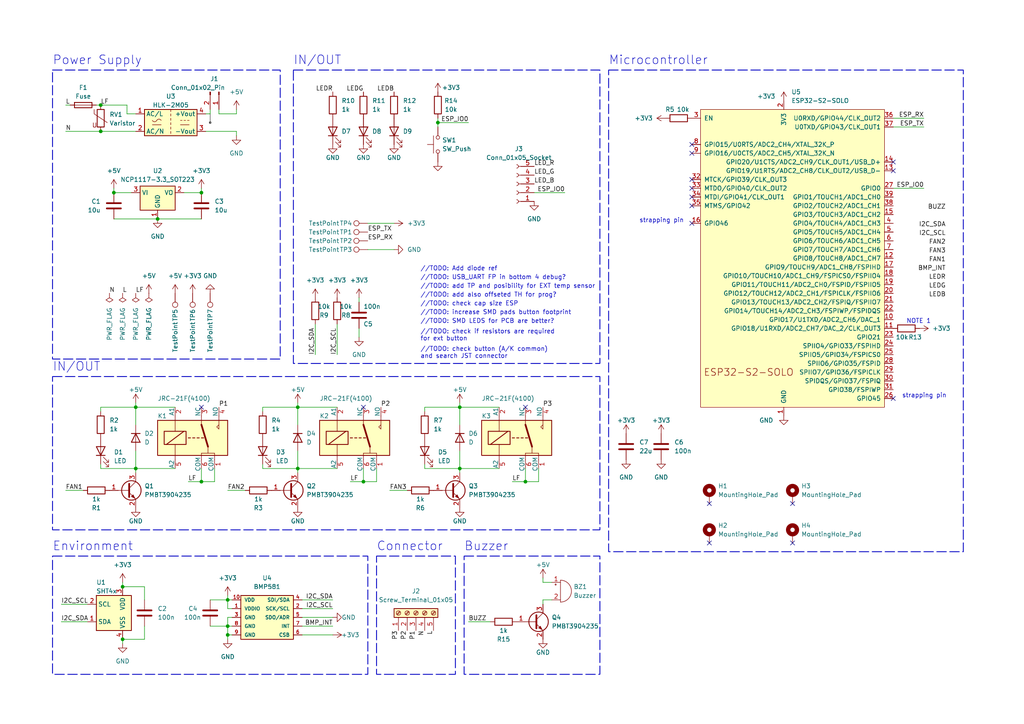
<source format=kicad_sch>
(kicad_sch (version 20230121) (generator eeschema)
  (paper "A4")
  (title_block (title "Aire") (date "2024-04-17") (rev "Rev 3.0") (company "Guillermo González"))
  (lib_symbols
    (symbol "Connector:Conn_01x02_Pin" (pin_names (offset 1.016) hide)
      (property "Reference" "J" (at 0 2.54 0))
      (property "Value" "Conn_01x02_Pin" (at 0 -5.08 0))
      (symbol "Conn_01x02_Pin_1_1"
        (pin passive line (at 5.08 0 180) (length 3.81) (name "Pin_1") (number "1"))
        (pin passive line (at 5.08 -2.54 180) (length 3.81) (name "Pin_2") (number "2"))
      )
    )
    (symbol "Connector:Conn_01x05_Socket" (pin_names (offset 1.016) hide)
      (property "Reference" "J" (at 0 7.62 0))
      (property "Value" "Conn_01x05_Socket" (at 0 -7.62 0))
      (symbol "Conn_01x05_Socket_1_1"
        (pin passive line (at -5.08 5.08 0) (length 3.81) (name "Pin_1") (number "1"))
        (pin passive line (at -5.08 2.54 0) (length 3.81) (name "Pin_2") (number "2"))
        (pin passive line (at -5.08 0 0) (length 3.81) (name "Pin_3") (number "3"))
        (pin passive line (at -5.08 -2.54 0) (length 3.81) (name "Pin_4") (number "4"))
        (pin passive line (at -5.08 -5.08 0) (length 3.81) (name "Pin_5") (number "5"))
      )
    )
    (symbol "Connector:Screw_Terminal_01x05" (pin_names (offset 1.016) hide)
      (property "Reference" "J" (at 0 7.62 0))
      (property "Value" "Screw_Terminal_01x05" (at 0 -7.62 0))
      (symbol "Screw_Terminal_01x05_1_1"
        (pin passive line (at -5.08 5.08 0) (length 3.81) (name "Pin_1") (number "1"))
        (pin passive line (at -5.08 2.54 0) (length 3.81) (name "Pin_2") (number "2"))
        (pin passive line (at -5.08 0 0) (length 3.81) (name "Pin_3") (number "3"))
        (pin passive line (at -5.08 -2.54 0) (length 3.81) (name "Pin_4") (number "4"))
        (pin passive line (at -5.08 -5.08 0) (length 3.81) (name "Pin_5") (number "5"))
      )
    )
    (symbol "Connector:TestPoint" (pin_numbers hide) (pin_names (offset 0.762) hide)
      (property "Reference" "TP" (at 0 6.858 0))
      (property "Value" "TestPoint" (at 0 5.08 0))
      (symbol "TestPoint_1_1"
        (pin passive line (at 0 0 90) (length 2.54) (name "1") (number "1"))
      )
    )
    (symbol "Device:Buzzer" (pin_names (offset 0.0254) hide)
      (property "Reference" "BZ" (at 3.81 1.27 0))
      (property "Value" "Buzzer" (at 3.81 -1.27 0))
      (symbol "Buzzer_1_1"
        (pin passive line (at -2.54 2.54 0) (length 2.54) (name "-") (number "1"))
        (pin passive line (at -2.54 -2.54 0) (length 2.54) (name "+") (number "2"))
      )
    )
    (symbol "Device:C" (pin_numbers hide) (pin_names (offset 0.254))
      (property "Reference" "C" (at 0.635 2.54 0))
      (property "Value" "C" (at 0.635 -2.54 0))
      (symbol "C_1_1"
        (pin passive line (at 0 3.81 270) (length 2.794) (name "~") (number "1"))
        (pin passive line (at 0 -3.81 90) (length 2.794) (name "~") (number "2"))
      )
    )
    (symbol "Device:D" (pin_numbers hide) (pin_names (offset 1.016) hide)
      (property "Reference" "D" (at 0 2.54 0))
      (property "Value" "D" (at 0 -2.54 0))
      (symbol "D_1_1"
        (pin passive line (at -3.81 0 0) (length 2.54) (name "K") (number "1"))
        (pin passive line (at 3.81 0 180) (length 2.54) (name "A") (number "2"))
      )
    )
    (symbol "Device:Fuse" (pin_numbers hide) (pin_names (offset 0))
      (property "Reference" "F" (at 2.032 0 90))
      (property "Value" "Fuse" (at -1.905 0 90))
      (symbol "Fuse_1_1"
        (pin passive line (at 0 3.81 270) (length 1.27) (name "~") (number "1"))
        (pin passive line (at 0 -3.81 90) (length 1.27) (name "~") (number "2"))
      )
    )
    (symbol "Device:LED" (pin_numbers hide) (pin_names (offset 1.016) hide)
      (property "Reference" "D" (at 0 2.54 0))
      (property "Value" "LED" (at 0 -2.54 0))
      (symbol "LED_1_1"
        (pin passive line (at -3.81 0 0) (length 2.54) (name "K") (number "1"))
        (pin passive line (at 3.81 0 180) (length 2.54) (name "A") (number "2"))
      )
    )
    (symbol "Device:R" (pin_numbers hide) (pin_names (offset 0))
      (property "Reference" "R" (at 2.032 0 90))
      (property "Value" "R" (at 0 0 90))
      (symbol "R_1_1"
        (pin passive line (at 0 3.81 270) (length 1.27) (name "~") (number "1"))
        (pin passive line (at 0 -3.81 90) (length 1.27) (name "~") (number "2"))
      )
    )
    (symbol "Device:Varistor" (pin_numbers hide) (pin_names (offset 0))
      (property "Reference" "RV" (at 3.175 0 90))
      (property "Value" "Varistor" (at -3.175 0 90))
      (symbol "Varistor_0_0"
        (text "U" (at -1.778 -2.032 0) (effects (font (size 1.27 1.27))))
      )
      (symbol "Varistor_1_1"
        (pin passive line (at 0 3.81 270) (length 1.27) (name "~") (number "1"))
        (pin passive line (at 0 -3.81 90) (length 1.27) (name "~") (number "2"))
      )
    )
    (symbol "JRC-21F(4100)_1" (pin_names (offset 0))
      (property "Reference" "K" (at 12.065 1.27 0))
      (property "Value" "JRC-21F(4100)" (at 12.065 -1.27 0))
      (symbol "JRC-21F(4100)_1_1_1"
        (pin passive line (at 7.62 -8.89 90) (length 2.54) (name "COM") (number "1"))
        (pin passive line (at -3.81 8.89 270) (length 2.54) (name "A1") (number "2"))
        (pin passive line (at 3.81 8.89 270) (length 2.54) (name "NC") (number "3"))
        (pin passive line (at 8.89 8.89 270) (length 2.54) (name "NO") (number "4"))
        (pin passive line (at -3.81 -8.89 90) (length 2.54) (name "A2") (number "5"))
        (pin passive line (at 3.81 -8.89 90) (length 2.54) (name "COM") (number "6"))
      )
    )
    (symbol "Mechanical:MountingHole_Pad" (pin_numbers hide) (pin_names (offset 1.016) hide)
      (property "Reference" "H" (at 0 6.35 0))
      (property "Value" "MountingHole_Pad" (at 0 4.445 0))
      (symbol "MountingHole_Pad_1_1"
        (pin input line (at 0 -2.54 90) (length 2.54) (name "1") (number "1"))
      )
    )
    (symbol "Regulator_Linear:NCP1117-3.3_SOT223"
      (property "Reference" "U" (at -3.81 3.175 0))
      (property "Value" "NCP1117-3.3_SOT223" (at 0 3.175 0))
      (symbol "NCP1117-3.3_SOT223_1_1"
        (pin power_in line (at 0 -7.62 90) (length 2.54) (name "GND") (number "1"))
        (pin power_out line (at 7.62 0 180) (length 2.54) (name "VO") (number "2"))
        (pin power_in line (at -7.62 0 0) (length 2.54) (name "VI") (number "3"))
      )
    )
    (symbol "Switch:SW_Push" (pin_numbers hide) (pin_names (offset 1.016) hide)
      (property "Reference" "SW" (at 1.27 2.54 0))
      (property "Value" "SW_Push" (at 0 -1.524 0))
      (symbol "SW_Push_0_1"
        (pin passive line (at -5.08 0 0) (length 2.54) (name "1") (number "1"))
        (pin passive line (at 5.08 0 180) (length 2.54) (name "2") (number "2"))
      )
    )
    (symbol "guille-lib:BMP581" (pin_names (offset 1.016))
      (property "Reference" "U" (at -6.985 6.985 0))
      (property "Value" "BMP581" (at -0.635 6.985 0))
      (symbol "BMP581_0_0"
        (pin power_in line (at -10.16 2.54 0) (length 2.54) (name "VDDIO") (number "1"))
        (pin power_in line (at -10.16 5.08 0) (length 2.54) (name "VDD") (number "10"))
        (pin bidirectional line (at 10.16 2.54 180) (length 2.54) (name "SCK/SCL") (number "2"))
        (pin power_in line (at -10.16 0 0) (length 2.54) (name "GND") (number "3"))
        (pin bidirectional line (at 10.16 5.08 180) (length 2.54) (name "SDI/SDA") (number "4"))
        (pin bidirectional line (at 10.16 0 180) (length 2.54) (name "SDO/ADR") (number "5"))
        (pin input line (at 10.16 -5.08 180) (length 2.54) (name "CSB") (number "6"))
        (pin output line (at 10.16 -2.54 180) (length 2.54) (name "INT") (number "7"))
        (pin power_in line (at -10.16 -2.54 0) (length 2.54) (name "GND") (number "8"))
        (pin power_in line (at -10.16 -5.08 0) (length 2.54) (name "GND") (number "9"))
      )
    )
    (symbol "guille-lib:ESP32-S2-SOLO" (pin_names (offset 1.016))
      (property "Reference" "U" (at -26.67 44.45 0))
      (property "Value" "ESP32-S2-SOLO" (at -26.67 41.91 0))
      (symbol "ESP32-S2-SOLO_1_1"
        (text "ESP32-S2-SOLO" (at -12.7 -35.56 0) (effects (font (size 2 2))))
        (pin power_in line (at -2.54 -48.26 90) (length 2.54) (name "GND") (number "1"))
        (pin bidirectional line (at 29.21 -20.32 180) (length 2.54) (name "GPIO17/U1TXD/ADC2_CH6/DAC_1") (number "10"))
        (pin bidirectional line (at 29.21 -22.86 180) (length 2.54) (name "GPIO18/U1RXD/ADC2_CH7/DAC_2/CLK_OUT3") (number "11"))
        (pin bidirectional line (at 29.21 -2.54 180) (length 2.54) (name "GPIO8/TOUCH8/ADC1_CH7") (number "12"))
        (pin bidirectional line (at 29.21 22.86 180) (length 2.54) (name "GPIO19/U1RTS/ADC2_CH8/CLK_OUT2/USB_D-") (number "13"))
        (pin bidirectional line (at 29.21 25.4 180) (length 2.54) (name "GPIO20/U1CTS/ADC2_CH9/CLK_OUT1/USB_D+") (number "14"))
        (pin bidirectional line (at 29.21 10.16 180) (length 2.54) (name "GPIO3/TOUCH3/ADC1_CH2") (number "15"))
        (pin input line (at -29.21 7.62 0) (length 2.54) (name "GPIO46") (number "16"))
        (pin bidirectional line (at 29.21 -5.08 180) (length 2.54) (name "GPIO9/TOUCH9/ADC1_CH8/FSPIHD") (number "17"))
        (pin bidirectional line (at 29.21 -7.62 180) (length 2.54) (name "GPIO10/TOUCH10/ADC1_CH9/FSPICS0/FSPIIO4") (number "18"))
        (pin bidirectional line (at 29.21 -10.16 180) (length 2.54) (name "GPIO11/TOUCH11/ADC2_CH0/FSPID/FSPIIO5") (number "19"))
        (pin power_in line (at -2.54 43.18 270) (length 2.54) (name "3V3") (number "2"))
        (pin bidirectional line (at 29.21 -12.7 180) (length 2.54) (name "GPIO12/TOUCH12/ADC2_CH1/FSPICLK/FSPIIO6") (number "20"))
        (pin bidirectional line (at 29.21 -15.24 180) (length 2.54) (name "GPIO13/TOUCH13/ADC2_CH2/FSPIQ/FSPIIO7") (number "21"))
        (pin bidirectional line (at 29.21 -17.78 180) (length 2.54) (name "GPIO14/TOUCH14/ADC2_CH3/FSPIWP/FSPIDQS") (number "22"))
        (pin bidirectional line (at 29.21 -25.4 180) (length 2.54) (name "GPIO21") (number "23"))
        (pin bidirectional line (at 29.21 -27.94 180) (length 2.54) (name "SPIIO4/GPIO33/FSPIHD") (number "24"))
        (pin bidirectional line (at 29.21 -30.48 180) (length 2.54) (name "SPIIO5/GPIO34/FSPICS0") (number "25"))
        (pin bidirectional line (at 29.21 -43.18 180) (length 2.54) (name "GPIO45") (number "26"))
        (pin bidirectional line (at 29.21 17.78 180) (length 2.54) (name "GPIO0") (number "27"))
        (pin bidirectional line (at 29.21 -33.02 180) (length 2.54) (name "SPIIO6/GPIO35/FSPID") (number "28"))
        (pin bidirectional line (at 29.21 -35.56 180) (length 2.54) (name "SPIIO7/GPIO36/FSPICLK") (number "29"))
        (pin bidirectional line (at -29.21 38.1 0) (length 2.54) (name "EN") (number "3"))
        (pin bidirectional line (at 29.21 -38.1 180) (length 2.54) (name "SPIDQS/GPIO37/FSPIQ") (number "30"))
        (pin bidirectional line (at 29.21 -40.64 180) (length 2.54) (name "GPIO38/FSPIWP") (number "31"))
        (pin bidirectional line (at -29.21 20.32 0) (length 2.54) (name "MTCK/GPIO39/CLK_OUT3") (number "32"))
        (pin bidirectional line (at -29.21 17.78 0) (length 2.54) (name "MTDO/GPIO40/CLK_OUT2") (number "33"))
        (pin bidirectional line (at -29.21 15.24 0) (length 2.54) (name "MTDI/GPIO41/CLK_OUT1") (number "34"))
        (pin bidirectional line (at -29.21 12.7 0) (length 2.54) (name "MTMS/GPIO42") (number "35"))
        (pin bidirectional line (at 29.21 38.1 180) (length 2.54) (name "U0RXD/GPIO44/CLK_OUT2") (number "36"))
        (pin bidirectional line (at 29.21 35.56 180) (length 2.54) (name "U0TXD/GPIO43/CLK_OUT1") (number "37"))
        (pin bidirectional line (at 29.21 12.7 180) (length 2.54) (name "GPIO2/TOUCH2/ADC1_CH1") (number "38"))
        (pin bidirectional line (at 29.21 15.24 180) (length 2.54) (name "GPIO1/TOUCH1/ADC1_CH0") (number "39"))
        (pin bidirectional line (at 29.21 7.62 180) (length 2.54) (name "GPIO4/TOUCH4/ADC1_CH3") (number "4"))
        (pin passive line (at -2.54 -48.26 90) (length 2.54) hide (name "GND") (number "40"))
        (pin passive line (at -2.54 -48.26 90) (length 2.54) hide (name "GND") (number "41"))
        (pin bidirectional line (at 29.21 5.08 180) (length 2.54) (name "GPIO5/TOUCH5/ADC1_CH4") (number "5"))
        (pin bidirectional line (at 29.21 2.54 180) (length 2.54) (name "GPIO6/TOUCH6/ADC1_CH5") (number "6"))
        (pin bidirectional line (at 29.21 0 180) (length 2.54) (name "GPIO7/TOUCH7/ADC1_CH6") (number "7"))
        (pin bidirectional line (at -29.21 30.48 0) (length 2.54) (name "GPIO15/U0RTS/ADC2_CH4/XTAL_32K_P") (number "8"))
        (pin bidirectional line (at -29.21 27.94 0) (length 2.54) (name "GPIO16/U0CTS/ADC2_CH5/XTAL_32K_N") (number "9"))
      )
    )
    (symbol "guille-lib:HLK-2M05"
      (property "Reference" "U" (at 0 7.62 0))
      (property "Value" "HLK-2M05" (at 0 5.08 0))
      (symbol "HLK-2M05_1_1"
        (pin power_in line (at -10.16 2.54 0) (length 2.54) (name "AC/L") (number "1"))
        (pin power_in line (at -10.16 -2.54 0) (length 2.54) (name "AC/N") (number "2"))
        (pin power_out line (at 10.16 -2.54 180) (length 2.54) (name "-Vout") (number "3"))
        (pin power_out line (at 10.16 2.54 180) (length 2.54) (name "+Vout") (number "4"))
      )
    )
    (symbol "guille-lib:PMBT3904235" (pin_names (offset 0.762))
      (property "Reference" "Q" (at 2.54 1.27 0))
      (property "Value" "PMBT3904235" (at 2.54 -1.27 0))
      (symbol "PMBT3904235_0_0"
        (pin passive line (at -7.62 0 0) (length 2.54) (name "~") (number "1"))
        (pin passive line (at 0 -5.08 90) (length 2.54) (name "~") (number "2"))
        (pin passive line (at 0 5.08 270) (length 2.54) (name "~") (number "3"))
      )
    )
    (symbol "guille-lib:SHT4x"
      (property "Reference" "U" (at 0 8.89 0))
      (property "Value" "SHT4x" (at 0 6.35 0))
      (symbol "SHT4x_1_1"
        (pin bidirectional line (at -7.62 -2.54 0) (length 2.54) (name "SDA") (number "1"))
        (pin input line (at -7.62 2.54 0) (length 2.54) (name "SCL") (number "2"))
        (pin power_in line (at 2.54 7.62 270) (length 2.54) (name "VDD") (number "3"))
        (pin power_in line (at 2.54 -7.62 90) (length 2.54) (name "VSS") (number "4"))
      )
    )
    (symbol "power:+3V3" (power) (pin_names (offset 0))
      (property "Value" "+3V3" (at 0 3.556 0))
      (symbol "+3V3_1_1"
        (pin power_in line (at 0 0 90) (length 0) hide (name "+3V3") (number "1"))
      )
    )
    (symbol "power:+5V" (power) (pin_names (offset 0))
      (property "Value" "+5V" (at 0 3.556 0))
      (symbol "+5V_1_1"
        (pin power_in line (at 0 0 90) (length 0) hide (name "+5V") (number "1"))
      )
    )
    (symbol "power:GND" (power) (pin_names (offset 0))
      (property "Value" "GND" (at 0 -3.81 0))
      (symbol "GND_1_1"
        (pin power_in line (at 0 0 270) (length 0) hide (name "GND") (number "1"))
      )
    )
    (symbol "power:PWR_FLAG" (power) (pin_numbers hide) (pin_names (offset 0) hide)
      (property "Value" "PWR_FLAG" (at 0 3.81 0))
      (symbol "PWR_FLAG_0_0"
        (pin power_out line (at 0 0 90) (length 0) (name "pwr") (number "1"))
      )
    )
  )
  (junction (at 66.04 173.99))
  (junction (at 86.36 135.89))
  (junction (at 33.02 55.88))
  (junction (at 39.37 135.89))
  (junction (at 35.56 185.42))
  (junction (at 105.41 139.7))
  (junction (at 35.56 170.18))
  (junction (at 127 35.56))
  (junction (at 45.72 63.5))
  (junction (at 29.21 38.1))
  (junction (at 58.42 139.7))
  (junction (at 39.37 118.11))
  (junction (at 152.4 139.7))
  (junction (at 86.36 118.11))
  (junction (at 66.04 184.15))
  (junction (at 133.35 135.89))
  (junction (at 133.35 118.11))
  (junction (at 58.42 55.88))
  (junction (at 66.04 181.61))
  (junction (at 29.21 30.48))
  (no_connect (at 259.08 115.57))
  (no_connect (at 229.87 146.05))
  (no_connect (at 200.66 52.07))
  (no_connect (at 152.4 118.11))
  (no_connect (at 229.87 157.48))
  (no_connect (at 58.42 118.11))
  (no_connect (at 105.41 118.11))
  (no_connect (at 200.66 64.77))
  (no_connect (at 200.66 41.91))
  (no_connect (at 200.66 44.45))
  (no_connect (at 205.74 146.05))
  (no_connect (at 200.66 57.15))
  (no_connect (at 200.66 54.61))
  (no_connect (at 205.74 157.48))
  (no_connect (at 259.08 46.99))
  (no_connect (at 200.66 59.69))
  (no_connect (at 259.08 49.53))
  (wire (pts (xy 41.91 181.61) (xy 41.91 185.42)))
  (wire (pts (xy 123.19 135.89) (xy 133.35 135.89)))
  (wire (pts (xy 133.35 116.84) (xy 133.35 118.11)))
  (wire (pts (xy 27.94 30.48) (xy 29.21 30.48)))
  (wire (pts (xy 66.04 173.99) (xy 66.04 172.72)))
  (wire (pts (xy 39.37 135.89) (xy 39.37 137.16)))
  (wire (pts (xy 67.31 176.53) (xy 66.04 176.53)))
  (wire (pts (xy 133.35 118.11) (xy 123.19 118.11)))
  (wire (pts (xy 41.91 170.18) (xy 35.56 170.18)))
  (wire (pts (xy 96.52 184.15) (xy 87.63 184.15)))
  (wire (pts (xy 135.89 180.34) (xy 142.24 180.34)))
  (wire (pts (xy 68.58 38.1) (xy 59.69 38.1)))
  (wire (pts (xy 86.36 135.89) (xy 86.36 137.16)))
  (wire (pts (xy 113.03 142.24) (xy 118.11 142.24)))
  (wire (pts (xy 133.35 135.89) (xy 144.78 135.89)))
  (wire (pts (xy 17.78 175.26) (xy 25.4 175.26)))
  (wire (pts (xy 160.02 173.99) (xy 157.48 173.99)))
  (wire (pts (xy 156.21 139.7) (xy 156.21 135.89)))
  (wire (pts (xy 152.4 135.89) (xy 152.4 139.7)))
  (wire (pts (xy 54.61 139.7) (xy 58.42 139.7)))
  (wire (pts (xy 45.72 63.5) (xy 58.42 63.5)))
  (wire (pts (xy 123.19 134.62) (xy 123.19 135.89)))
  (wire (pts (xy 76.2 118.11) (xy 76.2 119.38)))
  (wire (pts (xy 86.36 116.84) (xy 86.36 118.11)))
  (wire (pts (xy 29.21 134.62) (xy 29.21 135.89)))
  (wire (pts (xy 33.02 55.88) (xy 38.1 55.88)))
  (wire (pts (xy 36.83 30.48) (xy 36.83 33.02)))
  (wire (pts (xy 96.52 179.07) (xy 87.63 179.07)))
  (wire (pts (xy 66.04 176.53) (xy 66.04 173.99)))
  (wire (pts (xy 19.05 30.48) (xy 20.32 30.48)))
  (wire (pts (xy 87.63 173.99) (xy 96.52 173.99)))
  (wire (pts (xy 163.83 55.88) (xy 154.94 55.88)))
  (wire (pts (xy 157.48 168.91) (xy 157.48 167.64)))
  (wire (pts (xy 66.04 181.61) (xy 66.04 184.15)))
  (wire (pts (xy 86.36 118.11) (xy 76.2 118.11)))
  (wire (pts (xy 114.3 72.39) (xy 106.68 72.39)))
  (wire (pts (xy 127 34.29) (xy 127 35.56)))
  (wire (pts (xy 29.21 30.48) (xy 36.83 30.48)))
  (wire (pts (xy 59.69 33.02) (xy 60.96 33.02)))
  (wire (pts (xy 105.41 139.7) (xy 109.22 139.7)))
  (wire (pts (xy 66.04 142.24) (xy 71.12 142.24)))
  (wire (pts (xy 50.8 118.11) (xy 39.37 118.11)))
  (wire (pts (xy 66.04 181.61) (xy 67.31 181.61)))
  (wire (pts (xy 133.35 135.89) (xy 133.35 137.16)))
  (wire (pts (xy 267.97 34.29) (xy 259.08 34.29)))
  (wire (pts (xy 101.6 139.7) (xy 105.41 139.7)))
  (wire (pts (xy 104.14 97.79) (xy 104.14 95.25)))
  (wire (pts (xy 39.37 118.11) (xy 39.37 123.19)))
  (wire (pts (xy 60.96 173.99) (xy 66.04 173.99)))
  (wire (pts (xy 19.05 38.1) (xy 29.21 38.1)))
  (wire (pts (xy 39.37 130.81) (xy 39.37 135.89)))
  (wire (pts (xy 58.42 139.7) (xy 62.23 139.7)))
  (wire (pts (xy 87.63 176.53) (xy 96.52 176.53)))
  (wire (pts (xy 33.02 54.61) (xy 33.02 55.88)))
  (wire (pts (xy 60.96 181.61) (xy 66.04 181.61)))
  (wire (pts (xy 67.31 179.07) (xy 66.04 179.07)))
  (wire (pts (xy 60.96 33.02) (xy 60.96 31.75)))
  (wire (pts (xy 17.78 180.34) (xy 25.4 180.34)))
  (wire (pts (xy 66.04 184.15) (xy 67.31 184.15)))
  (wire (pts (xy 29.21 135.89) (xy 39.37 135.89)))
  (wire (pts (xy 152.4 139.7) (xy 156.21 139.7)))
  (wire (pts (xy 66.04 185.42) (xy 66.04 184.15)))
  (wire (pts (xy 35.56 168.91) (xy 35.56 170.18)))
  (wire (pts (xy 41.91 185.42) (xy 35.56 185.42)))
  (wire (pts (xy 58.42 135.89) (xy 58.42 139.7)))
  (wire (pts (xy 267.97 36.83) (xy 259.08 36.83)))
  (wire (pts (xy 39.37 135.89) (xy 50.8 135.89)))
  (wire (pts (xy 104.14 86.36) (xy 104.14 87.63)))
  (wire (pts (xy 68.58 33.02) (xy 68.58 31.75)))
  (wire (pts (xy 35.56 186.69) (xy 35.56 185.42)))
  (wire (pts (xy 109.22 139.7) (xy 109.22 135.89)))
  (wire (pts (xy 76.2 135.89) (xy 86.36 135.89)))
  (wire (pts (xy 36.83 33.02) (xy 39.37 33.02)))
  (wire (pts (xy 53.34 55.88) (xy 58.42 55.88)))
  (wire (pts (xy 62.23 139.7) (xy 62.23 135.89)))
  (wire (pts (xy 133.35 130.81) (xy 133.35 135.89)))
  (wire (pts (xy 58.42 54.61) (xy 58.42 55.88)))
  (wire (pts (xy 41.91 173.99) (xy 41.91 170.18)))
  (wire (pts (xy 148.59 139.7) (xy 152.4 139.7)))
  (wire (pts (xy 86.36 130.81) (xy 86.36 135.89)))
  (wire (pts (xy 39.37 116.84) (xy 39.37 118.11)))
  (wire (pts (xy 144.78 118.11) (xy 133.35 118.11)))
  (wire (pts (xy 123.19 118.11) (xy 123.19 119.38)))
  (wire (pts (xy 29.21 38.1) (xy 39.37 38.1)))
  (wire (pts (xy 87.63 181.61) (xy 96.52 181.61)))
  (wire (pts (xy 127 35.56) (xy 127 36.83)))
  (wire (pts (xy 157.48 173.99) (xy 157.48 175.26)))
  (wire (pts (xy 135.89 35.56) (xy 127 35.56)))
  (wire (pts (xy 66.04 173.99) (xy 67.31 173.99)))
  (wire (pts (xy 160.02 168.91) (xy 157.48 168.91)))
  (wire (pts (xy 259.08 54.61) (xy 267.97 54.61)))
  (wire (pts (xy 68.58 38.1) (xy 68.58 39.37)))
  (wire (pts (xy 97.79 118.11) (xy 86.36 118.11)))
  (wire (pts (xy 105.41 135.89) (xy 105.41 139.7)))
  (wire (pts (xy 19.05 142.24) (xy 24.13 142.24)))
  (wire (pts (xy 86.36 118.11) (xy 86.36 123.19)))
  (wire (pts (xy 29.21 118.11) (xy 29.21 119.38)))
  (wire (pts (xy 106.68 64.77) (xy 114.3 64.77)))
  (wire (pts (xy 33.02 63.5) (xy 45.72 63.5)))
  (wire (pts (xy 63.5 33.02) (xy 68.58 33.02)))
  (wire (pts (xy 91.44 102.87) (xy 91.44 93.98)))
  (wire (pts (xy 63.5 33.02) (xy 63.5 31.75)))
  (wire (pts (xy 39.37 118.11) (xy 29.21 118.11)))
  (wire (pts (xy 86.36 135.89) (xy 97.79 135.89)))
  (wire (pts (xy 133.35 118.11) (xy 133.35 123.19)))
  (wire (pts (xy 97.79 102.87) (xy 97.79 93.98)))
  (wire (pts (xy 76.2 134.62) (xy 76.2 135.89)))
  (wire (pts (xy 66.04 179.07) (xy 66.04 181.61)))
  (rectangle (start 85.09 20.32) (end 173.99 105.41) (stroke (width 0.25) (type dash)))
  (rectangle (start 109.22 161.29) (end 132.08 195.58) (stroke (width 0.25) (type dash)))
  (rectangle (start 176.53 20.32) (end 279.4 160.02) (stroke (width 0.25) (type dash)))
  (rectangle (start 134.62 161.29) (end 173.99 195.58) (stroke (width 0.25) (type dash)))
  (rectangle (start 15.24 109.22) (end 173.99 153.67) (stroke (width 0.25) (type dash)))
  (rectangle (start 15.24 20.32) (end 81.28 104.14) (stroke (width 0.25) (type dash)))
  (rectangle (start 15.24 161.29) (end 106.68 195.58) (stroke (width 0.25) (type dash)))
  (text "Buzzer" (at 134.62 160.02 0) (effects (font (size 2.54 2.54)) (justify left bottom)))
  (text "//TODO: add also offseted TH for prog?" (at 121.92 86.36 0) (effects (font (size 1.27 1.27)) (justify left bottom)))
  (text "//TODO: Add diode ref" (at 121.92 78.74 0) (effects (font (size 1.27 1.27)) (justify left bottom)))
  (text "//TODO: check cap size ESP" (at 121.92 88.9 0) (effects (font (size 1.27 1.27)) (justify left bottom)))
  (text "strapping pin" (at 261.62 115.57 0) (effects (font (size 1.27 1.27)) (justify left bottom)))
  (text "//TODO: check if resistors are required\nfor ext button" (at 121.92 99.06 0) (effects (font (size 1.27 1.27)) (justify left bottom)))
  (text "//TODO: check button (A/K common)\nand search JST connector" (at 121.92 104.14 0) (effects (font (size 1.27 1.27)) (justify left bottom)))
  (text "//TODO: increase SMD pads button footprint" (at 121.92 91.44 0) (effects (font (size 1.27 1.27)) (justify left bottom)))
  (text "IN/OUT" (at 15.24 107.95 0) (effects (font (size 2.54 2.54)) (justify left bottom)))
  (text "//TODO: USB_UART FP in bottom 4 debug?" (at 121.92 81.28 0) (effects (font (size 1.27 1.27)) (justify left bottom)))
  (text "strapping pin" (at 185.42 64.77 0) (effects (font (size 1.27 1.27)) (justify left bottom)))
  (text "//TODO: add TP and posibility for EXT temp sensor" (at 121.92 83.82 0) (effects (font (size 1.27 1.27)) (justify left bottom)))
  (text "//TODO: SMD LEDS for PCB are better?" (at 121.92 93.98 0) (effects (font (size 1.27 1.27)) (justify left bottom)))
  (text "Power Supply" (at 15.24 19.05 0) (effects (font (size 2.54 2.54)) (justify left bottom)))
  (text "Connector" (at 109.22 160.02 0) (effects (font (size 2.54 2.54)) (justify left bottom)))
  (text "Environment" (at 15.24 160.02 0) (effects (font (size 2.54 2.54)) (justify left bottom)))
  (text "NOTE 1" (at 262.89 93.98 0) (effects (font (size 1.27 1.27)) (justify left bottom)))
  (text "Microcontroller" (at 176.53 19.05 0) (effects (font (size 2.54 2.54)) (justify left bottom)))
  (text "IN/OUT" (at 85.09 19.05 0) (effects (font (size 2.54 2.54)) (justify left bottom)))
  (label "LEDB" (at 114.3 26.67 180))
  (label "LF" (at 101.6 139.7 0))
  (label "I2C_SCL" (at 97.79 102.87 90))
  (label "P2" (at 110.49 118.11 0))
  (label "ESP_RX" (at 267.97 34.29 180))
  (label "I2C_SDA" (at 17.78 180.34 0))
  (label "LF" (at 29.21 30.48 0))
  (label "LEDG" (at 274.32 83.82 180))
  (label "I2C_SCL" (at 96.52 176.53 180))
  (label "N" (at 19.05 38.1 0))
  (label "LEDB" (at 274.32 86.36 180))
  (label "BMP_INT" (at 96.52 181.61 180))
  (label "P3" (at 115.57 182.88 270))
  (label "FAN2" (at 66.04 142.24 0))
  (label "LEDR" (at 274.32 81.28 180))
  (label "ESP_IO0" (at 267.97 54.61 180))
  (label "L" (at 35.56 85.09 0))
  (label "ESP_RX" (at 106.68 69.85 0))
  (label "LF" (at 39.37 85.09 0))
  (label "I2C_SDA" (at 96.52 173.99 180))
  (label "P3" (at 157.48 118.11 0))
  (label "N" (at 31.75 85.09 0))
  (label "FAN1" (at 274.32 76.2 180))
  (label "BMP_INT" (at 274.32 78.74 180))
  (label "ESP_TX" (at 106.68 67.31 0))
  (label "BUZZ" (at 135.89 180.34 0))
  (label "LF" (at 54.61 139.7 0))
  (label "P2" (at 118.11 182.88 270))
  (label "FAN3" (at 274.32 73.66 180))
  (label "FAN1" (at 19.05 142.24 0))
  (label "P1" (at 63.5 118.11 0))
  (label "L" (at 19.05 30.48 0))
  (label "ESP_TX" (at 267.97 36.83 180))
  (label "I2C_SDA" (at 91.44 102.87 90))
  (label "LED_R" (at 154.94 48.26 0))
  (label "I2C_SCL" (at 17.78 175.26 0))
  (label "LEDR" (at 96.52 26.67 180))
  (label "ESP_IO0" (at 163.83 55.88 180))
  (label "L" (at 125.73 182.88 270))
  (label "LED_B" (at 154.94 53.34 0))
  (label "ESP_IO0" (at 135.89 35.56 180))
  (label "LED_G" (at 154.94 50.8 0))
  (label "I2C_SDA" (at 274.32 66.04 180))
  (label "FAN3" (at 113.03 142.24 0))
  (label "LEDG" (at 105.41 26.67 180))
  (label "I2C_SCL" (at 274.32 68.58 180))
  (label "P1" (at 120.65 182.88 270))
  (label "LF" (at 148.59 139.7 0))
  (label "FAN2" (at 274.32 71.12 180))
  (label "N" (at 123.19 182.88 270))
  (label "BUZZ" (at 274.32 60.96 180))
  (netclass_flag "" (length 2.54) (shape dot) (at 60.96 33.02 180) (property "Netclass" "Power" (effects hide)))
  (symbol (lib_id "power:+5V") (at 86.36 116.84 0) (unit 1)
    (property "Reference" "#PWR014" (effects hide))
    (property "Value" "+5V" (at 86.36 113.03 0))
  )
  (symbol (lib_id "Connector:TestPoint") (at 60.96 85.09 180) (unit 1)
    (property "Reference" "TP7" (at 60.96 91.44 90))
    (property "Value" "TestPoint" (at 60.96 97.79 90))
    (property "Footprint" "TestPoint:TestPoint_Pad_D1.5mm" (effects hide))
  )
  (symbol (lib_id "power:GND") (at 154.94 58.42 0) (unit 1)
    (property "Reference" "#PWR041" (effects hide))
    (property "Value" "GND" (at 154.94 63.5 0))
  )
  (symbol (lib_id "Mechanical:MountingHole_Pad") (at 229.87 143.51 0) (unit 1)
    (property "Reference" "H3" (at 232.41 140.97 0) (effects (justify left)))
    (property "Value" "MountingHole_Pad" (at 232.41 143.51 0) (effects (justify left)))
    (property "Footprint" "MountingHole:MountingHole_3.2mm_M3_Pad_TopBottom" (effects hide))
  )
  (symbol (lib_id "Connector:TestPoint") (at 106.68 69.85 90) (unit 1)
    (property "Reference" "TP2" (at 100.33 69.85 90))
    (property "Value" "TestPoint" (at 93.98 69.85 90))
    (property "Footprint" "TestPoint:TestPoint_Pad_D1.5mm" (effects hide))
  )
  (symbol (lib_id "Device:LED") (at 114.3 38.1 90) (unit 1)
    (property "Reference" "D9" (at 116.84 38.1 90) (effects (justify right)))
    (property "Value" "LED" (effects hide))
    (property "Footprint" "LED_THT:LED_D3.0mm" (effects hide))
  )
  (symbol (lib_id "power:+5V") (at 33.02 54.61 0) (unit 1)
    (property "Reference" "#PWR01" (effects hide))
    (property "Value" "+5V" (at 33.02 49.53 0))
  )
  (symbol (lib_id "power:GND") (at 96.52 41.91 0) (unit 1)
    (property "Reference" "#PWR029" (effects hide))
    (property "Value" "GND" (at 96.52 45.72 0))
  )
  (symbol (lib_id "power:PWR_FLAG") (at 43.18 85.09 180) (unit 1)
    (property "Reference" "#FLG06" (effects hide))
    (property "Value" "PWR_FLAG" (at 43.18 93.98 90))
  )
  (symbol (lib_id "Device:C") (at 181.61 129.54 0) (unit 1)
    (property "Reference" "C7" (at 185.42 128.27 0) (effects (justify left)))
    (property "Value" "22u" (at 185.42 130.81 0) (effects (justify left)))
    (property "Footprint" "Capacitor_SMD:C_0805_2012Metric" (effects hide))
  )
  (symbol (lib_id "power:+3V3") (at 97.79 86.36 0) (unit 1)
    (property "Reference" "#PWR032" (effects hide))
    (property "Value" "+3V3" (at 97.79 81.28 0))
  )
  (symbol (lib_id "Device:LED") (at 123.19 130.81 90) (unit 1)
    (property "Reference" "D5" (at 127 131.1275 90) (effects (justify right)))
    (property "Value" "LED" (at 127 133.6675 90) (effects (justify right)))
    (property "Footprint" "LED_SMD:LED_0402_1005Metric" (effects hide))
  )
  (symbol (lib_id "power:+3V3") (at 104.14 86.36 0) (unit 1)
    (property "Reference" "#PWR027" (effects hide))
    (property "Value" "+3V3" (at 104.14 81.28 0))
  )
  (symbol (lib_id "Device:C") (at 41.91 177.8 0) (unit 1)
    (property "Reference" "C2" (at 45.72 176.53 0) (effects (justify left)))
    (property "Value" "100n" (at 45.72 179.07 0) (effects (justify left)))
    (property "Footprint" "Capacitor_SMD:C_0402_1005Metric" (effects hide))
  )
  (symbol (lib_id "Device:R") (at 262.89 95.25 90) (unit 1)
    (property "Reference" "R13" (at 265.43 97.79 90))
    (property "Value" "10k" (at 261.62 97.79 90))
    (property "Footprint" "Resistor_SMD:R_0402_1005Metric" (effects hide))
  )
  (symbol (lib_id "Device:R") (at 146.05 180.34 90) (unit 1)
    (property "Reference" "R15" (at 146.05 185.42 90))
    (property "Value" "1k" (at 146.05 182.88 90))
    (property "Footprint" "Resistor_SMD:R_0402_1005Metric" (effects hide))
  )
  (symbol (lib_id "power:PWR_FLAG") (at 39.37 85.09 180) (unit 1)
    (property "Reference" "#FLG05" (effects hide))
    (property "Value" "PWR_FLAG" (at 39.37 93.98 90))
  )
  (symbol (lib_id "Device:Buzzer") (at 162.56 171.45 0) (unit 1)
    (property "Reference" "BZ1" (at 166.37 170.18 0) (effects (justify left)))
    (property "Value" "Buzzer" (at 166.37 172.72 0) (effects (justify left)))
    (property "Footprint" "Buzzer_Beeper:Buzzer_12x9.5RM7.6" (effects hide))
  )
  (symbol (lib_id "Device:LED") (at 105.41 38.1 90) (unit 1)
    (property "Reference" "D8" (at 107.95 38.1 90) (effects (justify right)))
    (property "Value" "LED" (effects hide))
    (property "Footprint" "LED_THT:LED_D3.0mm" (effects hide))
  )
  (symbol (lib_id "power:GND") (at 191.77 133.35 0) (unit 1)
    (property "Reference" "#PWR021" (effects hide))
    (property "Value" "GND" (at 191.77 138.43 0))
  )
  (symbol (lib_id "power:+3V3") (at 96.52 184.15 270) (mirror x) (unit 1)
    (property "Reference" "#PWR013" (effects hide))
    (property "Value" "+3V3" (at 101.6 184.15 90))
  )
  (symbol (lib_id "Device:R") (at 91.44 90.17 0) (unit 1)
    (property "Reference" "R9" (at 93.98 91.44 0))
    (property "Value" "10k" (at 93.98 88.9 0))
    (property "Footprint" "Resistor_SMD:R_0402_1005Metric" (effects hide))
  )
  (symbol (lib_id "Device:R") (at 97.79 90.17 0) (unit 1)
    (property "Reference" "R8" (at 100.33 91.44 0))
    (property "Value" "10k" (at 100.33 88.9 0))
    (property "Footprint" "Resistor_SMD:R_0402_1005Metric" (effects hide))
  )
  (symbol (lib_id "Connector:TestPoint") (at 106.68 72.39 90) (unit 1)
    (property "Reference" "TP3" (at 100.33 72.39 90))
    (property "Value" "TestPoint" (at 93.98 72.39 90))
    (property "Footprint" "TestPoint:TestPoint_Pad_D1.5mm" (effects hide))
  )
  (symbol (lib_id "power:GND") (at 105.41 41.91 0) (unit 1)
    (property "Reference" "#PWR030" (effects hide))
    (property "Value" "GND" (at 105.41 45.72 0))
  )
  (symbol (lib_id "Connector:TestPoint") (at 55.88 85.09 180) (unit 1)
    (property "Reference" "TP6" (at 55.88 91.44 90))
    (property "Value" "TestPoint" (at 55.88 97.79 90))
    (property "Footprint" "TestPoint:TestPoint_Pad_D1.5mm" (effects hide))
  )
  (symbol (lib_id "power:+3V3") (at 266.7 95.25 270) (unit 1)
    (property "Reference" "#PWR020" (effects hide))
    (property "Value" "+3V3" (at 273.05 95.25 90))
  )
  (symbol (lib_id "power:GND") (at 45.72 63.5 0) (unit 1)
    (property "Reference" "#PWR06" (effects hide))
    (property "Value" "GND" (at 45.72 68.58 0))
  )
  (symbol (lib_id "Connector:TestPoint") (at 106.68 67.31 90) (unit 1)
    (property "Reference" "TP1" (at 100.33 67.31 90))
    (property "Value" "TestPoint" (at 93.98 67.31 90))
    (property "Footprint" "TestPoint:TestPoint_Pad_D1.5mm" (effects hide))
  )
  (symbol (lib_id "Connector:Conn_01x05_Socket") (at 149.86 53.34 180) (unit 1)
    (property "Reference" "J3" (at 150.495 43.18 0))
    (property "Value" "Conn_01x05_Socket" (at 150.495 45.72 0))
  )
  (symbol (lib_name "JRC-21F(4100)_1") (lib_id "guille-lib:JRC-21F(4100)") (at 54.61 127 0) (unit 1)
    (property "Reference" "K1" (at 45.72 120.65 0) (effects (justify left)))
    (property "Value" "JRC-21F(4100)" (at 45.72 115.57 0) (effects (justify left)))
    (property "Footprint" "guille-lib:JRC-21F(4100)" (effects hide))
    (property "Datasheet" "http://www.datasheet.es/download.php?id=910427" (effects hide))
  )
  (symbol (lib_id "power:+5V") (at 68.58 31.75 0) (unit 1)
    (property "Reference" "#PWR08" (effects hide))
    (property "Value" "+5V" (at 68.58 26.67 0))
  )
  (symbol (lib_id "power:GND") (at 60.96 85.09 180) (unit 1)
    (property "Reference" "#PWR042" (effects hide))
    (property "Value" "GND" (at 60.96 80.01 0))
  )
  (symbol (lib_id "guille-lib:ESP32-S2-SOLO") (at 229.87 72.39 0) (unit 1)
    (property "Reference" "U5" (at 229.5241 26.67 0) (effects (justify left)))
    (property "Value" "ESP32-S2-SOLO" (at 229.5241 29.21 0) (effects (justify left)))
    (property "Footprint" "PCM_Espressif:ESP32-S2-SOLO" (effects hide))
    (property "Datasheet" "https://www.espressif.com/sites/default/files/documentation/esp32-s2-solo_esp32-s2-solo-u_datasheet_en.pdf" (effects hide))
  )
  (symbol (lib_id "guille-lib:PMBT3904235") (at 39.37 142.24 0) (unit 1)
    (property "Reference" "Q1" (at 41.91 140.97 0) (effects (justify left)))
    (property "Value" "PMBT3904235" (at 41.91 143.51 0) (effects (justify left)))
    (property "Footprint" "Package_TO_SOT_SMD:SOT-23" (effects hide))
    (property "Datasheet" "https://assets.nexperia.com/documents/data-sheet/PMBT3904.pdf" (effects hide))
    (property "Description" "PMBT3904 - NPN switching transistor" (effects hide))
    (property "Manufacturer" "Nexperia" (effects hide))
    (property "Manufacturer_PN" "PMBT3904,235" (effects hide))
    (property "Supplier" "Mouser" (effects hide))
    (property "Supplier_PN" "771-PMBT3904235" (effects hide))
  )
  (symbol (lib_id "guille-lib:BMP581") (at 77.47 179.07 0) (unit 1)
    (property "Reference" "U4" (at 77.47 167.64 0))
    (property "Value" "BMP581" (at 77.47 170.18 0))
    (property "Footprint" "guille-lib:BMP581" (effects hide))
    (property "Datasheet" "https://www.bosch-sensortec.com/media/boschsensortec/downloads/datasheets/bst-bmp581-ds004.pdf" (effects hide))
    (property "Manufacturer" "Bosch" (effects hide))
    (property "Manufacturer PN" "BMP581" (effects hide))
    (property "Supplier" "Mouser" (effects hide))
    (property "Supplier PN" "262-BMP581" (effects hide))
  )
  (symbol (lib_name "JRC-21F(4100)_1") (lib_id "guille-lib:JRC-21F(4100)") (at 101.6 127 0) (unit 1)
    (property "Reference" "K2" (at 92.71 120.65 0) (effects (justify left)))
    (property "Value" "JRC-21F(4100)" (at 92.71 115.57 0) (effects (justify left)))
    (property "Footprint" "guille-lib:JRC-21F(4100)" (effects hide))
    (property "Datasheet" "http://www.datasheet.es/download.php?id=910427" (effects hide))
  )
  (symbol (lib_id "power:GND") (at 127 46.99 0) (unit 1)
    (property "Reference" "#PWR037" (effects hide))
    (property "Value" "GND" (effects hide))
  )
  (symbol (lib_id "guille-lib:PMBT3904235") (at 86.36 142.24 0) (unit 1)
    (property "Reference" "Q2" (at 88.9 140.97 0) (effects (justify left)))
    (property "Value" "PMBT3904235" (at 88.9 143.51 0) (effects (justify left)))
    (property "Footprint" "Package_TO_SOT_SMD:SOT-23" (effects hide))
    (property "Datasheet" "https://assets.nexperia.com/documents/data-sheet/PMBT3904.pdf" (effects hide))
    (property "Description" "PMBT3904 - NPN switching transistor" (effects hide))
    (property "Manufacturer" "Nexperia" (effects hide))
    (property "Manufacturer_PN" "PMBT3904,235" (effects hide))
    (property "Supplier" "Mouser" (effects hide))
    (property "Supplier_PN" "771-PMBT3904235" (effects hide))
  )
  (symbol (lib_id "Device:R") (at 121.92 142.24 90) (unit 1)
    (property "Reference" "R6" (at 121.92 147.32 90))
    (property "Value" "1k" (at 121.92 144.78 90))
    (property "Footprint" "Resistor_SMD:R_0402_1005Metric" (effects hide))
  )
  (symbol (lib_id "power:+3V3") (at 35.56 168.91 0) (mirror y) (unit 1)
    (property "Reference" "#PWR04" (effects hide))
    (property "Value" "+3V3" (at 35.56 163.83 0))
  )
  (symbol (lib_id "power:PWR_FLAG") (at 31.75 85.09 180) (unit 1)
    (property "Reference" "#FLG01" (effects hide))
    (property "Value" "PWR_FLAG" (at 31.75 93.98 90))
  )
  (symbol (lib_id "power:PWR_FLAG") (at 35.56 85.09 180) (unit 1)
    (property "Reference" "#FLG04" (effects hide))
    (property "Value" "PWR_FLAG" (at 35.56 93.98 90))
  )
  (symbol (lib_id "power:+3V3") (at 127 26.67 0) (unit 1)
    (property "Reference" "#PWR036" (effects hide))
    (property "Value" "+3V3" (at 130.81 25.4 0))
  )
  (symbol (lib_id "Connector:Screw_Terminal_01x05") (at 120.65 177.8 90) (unit 1)
    (property "Reference" "J2" (at 120.65 171.45 90))
    (property "Value" "Screw_Terminal_01x05" (at 120.65 173.99 90))
  )
  (symbol (lib_id "power:GND") (at 227.33 120.65 0) (unit 1)
    (property "Reference" "#PWR017" (effects hide))
    (property "Value" "GND" (at 222.25 121.92 0))
  )
  (symbol (lib_id "Device:C") (at 58.42 59.69 0) (unit 1)
    (property "Reference" "C3" (at 62.23 58.42 0) (effects (justify left)))
    (property "Value" "10u" (at 62.23 60.96 0) (effects (justify left)))
    (property "Footprint" "Capacitor_SMD:C_1206_3216Metric" (effects hide))
  )
  (symbol (lib_id "power:+3V3") (at 66.04 172.72 0) (mirror y) (unit 1)
    (property "Reference" "#PWR010" (effects hide))
    (property "Value" "+3V3" (at 66.04 167.64 0))
  )
  (symbol (lib_id "Device:Fuse") (at 24.13 30.48 90) (unit 1)
    (property "Reference" "F1" (at 24.13 25.4 90))
    (property "Value" "Fuse" (at 24.13 27.94 90))
    (property "Footprint" "guille-lib:Fuse_2512_6332Metric" (effects hide))
  )
  (symbol (lib_id "guille-lib:PMBT3904235") (at 133.35 142.24 0) (unit 1)
    (property "Reference" "Q3" (at 135.89 140.97 0) (effects (justify left)))
    (property "Value" "PMBT3904235" (at 135.89 143.51 0) (effects (justify left)))
    (property "Footprint" "Package_TO_SOT_SMD:SOT-23" (effects hide))
    (property "Datasheet" "https://assets.nexperia.com/documents/data-sheet/PMBT3904.pdf" (effects hide))
    (property "Description" "PMBT3904 - NPN switching transistor" (effects hide))
    (property "Manufacturer" "Nexperia" (effects hide))
    (property "Manufacturer_PN" "PMBT3904,235" (effects hide))
    (property "Supplier" "Mouser" (effects hide))
    (property "Supplier_PN" "771-PMBT3904235" (effects hide))
  )
  (symbol (lib_id "power:+5V") (at 43.18 85.09 0) (unit 1)
    (property "Reference" "#PWR040" (effects hide))
    (property "Value" "+5V" (at 43.18 80.01 0))
  )
  (symbol (lib_id "power:+5V") (at 133.35 116.84 0) (unit 1)
    (property "Reference" "#PWR025" (effects hide))
    (property "Value" "+5V" (at 133.35 113.03 0))
  )
  (symbol (lib_id "Device:C") (at 33.02 59.69 0) (mirror y) (unit 1)
    (property "Reference" "C1" (at 29.21 58.42 0) (effects (justify left)))
    (property "Value" "10u" (at 29.21 60.96 0) (effects (justify left)))
    (property "Footprint" "Capacitor_SMD:C_1206_3216Metric" (effects hide))
  )
  (symbol (lib_id "Regulator_Linear:NCP1117-3.3_SOT223") (at 45.72 55.88 0) (unit 1)
    (property "Reference" "U2" (at 45.72 49.53 0))
    (property "Value" "NCP1117-3.3_SOT223" (at 45.72 52.07 0))
    (property "Footprint" "Package_TO_SOT_SMD:SOT-223-3_TabPin2" (effects hide))
    (property "Datasheet" "http://www.onsemi.com/pub_link/Collateral/NCP1117-D.PDF" (effects hide))
  )
  (symbol (lib_id "power:+3V3") (at 114.3 64.77 270) (unit 1)
    (property "Reference" "#PWR018" (effects hide))
    (property "Value" "+3V3" (at 118.11 64.77 90) (effects (justify left)))
  )
  (symbol (lib_id "guille-lib:SHT4x") (at 33.02 177.8 0) (unit 1)
    (property "Reference" "U1" (at 27.94 168.91 0) (effects (justify left)))
    (property "Value" "SHT4x" (at 27.94 171.45 0) (effects (justify left)))
    (property "Footprint" "guille-lib:SHT4x" (effects hide))
    (property "Datasheet" "https://sensirion.com/media/documents/33FD6951/624C4357/Datasheet_SHT4x.pdf" (effects hide))
  )
  (symbol (lib_id "power:+3V3") (at 91.44 86.36 0) (unit 1)
    (property "Reference" "#PWR031" (effects hide))
    (property "Value" "+3V3" (at 91.44 81.28 0))
  )
  (symbol (lib_id "Connector:TestPoint") (at 106.68 64.77 90) (unit 1)
    (property "Reference" "TP4" (at 100.33 64.77 90))
    (property "Value" "TestPoint" (at 93.98 64.77 90))
    (property "Footprint" "TestPoint:TestPoint_Pad_D1.5mm" (effects hide))
  )
  (symbol (lib_id "Device:R") (at 123.19 123.19 0) (unit 1)
    (property "Reference" "R7" (at 125.73 121.92 0) (effects (justify left)))
    (property "Value" "1k" (at 125.73 124.46 0) (effects (justify left)))
    (property "Footprint" "Resistor_SMD:R_0402_1005Metric" (effects hide))
  )
  (symbol (lib_id "guille-lib:HLK-2M05") (at 49.53 35.56 0) (unit 1)
    (property "Reference" "U3" (at 49.53 27.94 0))
    (property "Value" "HLK-2M05" (at 49.53 30.48 0))
    (property "Footprint" "guille-lib:HLK-2M05" (effects hide))
  )
  (symbol (lib_id "guille-lib:PMBT3904235") (at 157.48 180.34 0) (unit 1)
    (property "Reference" "Q4" (at 160.02 179.07 0) (effects (justify left)))
    (property "Value" "PMBT3904235" (at 160.02 181.61 0) (effects (justify left)))
    (property "Footprint" "Package_TO_SOT_SMD:SOT-23" (effects hide))
    (property "Datasheet" "https://assets.nexperia.com/documents/data-sheet/PMBT3904.pdf" (effects hide))
    (property "Description" "PMBT3904 - NPN switching transistor" (effects hide))
    (property "Manufacturer" "Nexperia" (effects hide))
    (property "Manufacturer_PN" "PMBT3904,235" (effects hide))
    (property "Supplier" "Mouser" (effects hide))
    (property "Supplier_PN" "771-PMBT3904235" (effects hide))
  )
  (symbol (lib_id "Device:R") (at 196.85 34.29 270) (unit 1)
    (property "Reference" "R5" (at 194.31 31.75 90))
    (property "Value" "10k" (at 198.12 31.75 90))
    (property "Footprint" "Resistor_SMD:R_0402_1005Metric" (effects hide))
  )
  (symbol (lib_id "power:GND") (at 133.35 147.32 0) (unit 1)
    (property "Reference" "#PWR026" (effects hide))
    (property "Value" "GND" (at 133.35 151.13 0))
  )
  (symbol (lib_id "power:GND") (at 35.56 186.69 0) (unit 1)
    (property "Reference" "#PWR05" (effects hide))
    (property "Value" "GND" (at 35.56 191.77 0))
  )
  (symbol (lib_id "power:+3V3") (at 181.61 125.73 0) (unit 1)
    (property "Reference" "#PWR023" (effects hide))
    (property "Value" "+3V3" (at 181.61 121.92 0))
  )
  (symbol (lib_id "power:+3V3") (at 191.77 125.73 0) (unit 1)
    (property "Reference" "#PWR034" (effects hide))
    (property "Value" "+3V3" (at 191.77 121.92 0))
  )
  (symbol (lib_id "Device:R") (at 114.3 30.48 0) (unit 1)
    (property "Reference" "R12" (at 116.84 29.21 0) (effects (justify left)))
    (property "Value" "1k" (at 116.84 31.75 0) (effects (justify left)))
    (property "Footprint" "Resistor_SMD:R_0402_1005Metric" (effects hide))
  )
  (symbol (lib_id "Device:R") (at 74.93 142.24 90) (unit 1)
    (property "Reference" "R3" (at 74.93 147.32 90))
    (property "Value" "1k" (at 74.93 144.78 90))
    (property "Footprint" "Resistor_SMD:R_0402_1005Metric" (effects hide))
  )
  (symbol (lib_id "Device:R") (at 27.94 142.24 90) (unit 1)
    (property "Reference" "R1" (at 27.94 147.32 90))
    (property "Value" "1k" (at 27.94 144.78 90))
    (property "Footprint" "Resistor_SMD:R_0402_1005Metric" (effects hide))
  )
  (symbol (lib_id "power:+3V3") (at 193.04 34.29 90) (unit 1)
    (property "Reference" "#PWR019" (effects hide))
    (property "Value" "+3V3" (at 186.69 34.29 90))
  )
  (symbol (lib_id "power:GND") (at 114.3 41.91 0) (unit 1)
    (property "Reference" "#PWR033" (effects hide))
    (property "Value" "GND" (at 114.3 45.72 0))
  )
  (symbol (lib_id "power:+3V3") (at 55.88 85.09 0) (unit 1)
    (property "Reference" "#PWR043" (effects hide))
    (property "Value" "+3V3" (at 55.88 80.01 0))
  )
  (symbol (lib_id "Device:D") (at 39.37 127 270) (unit 1)
    (property "Reference" "D2" (at 41.91 125.73 90) (effects (justify left)))
    (property "Value" "D" (at 41.91 128.27 90) (effects (justify left)))
    (property "Footprint" "Diode_SMD:D_SOD-323" (effects hide))
    (property "Sim.Device" "D" (effects hide))
    (property "Sim.Pins" "1=K 2=A" (effects hide))
  )
  (symbol (lib_id "power:+5V") (at 157.48 167.64 0) (unit 1)
    (property "Reference" "#PWR038" (effects hide))
    (property "Value" "+5V" (at 157.48 163.83 0))
  )
  (symbol (lib_id "Device:C") (at 104.14 91.44 0) (unit 1)
    (property "Reference" "C5" (at 105.41 93.98 0) (effects (justify left)))
    (property "Value" "100n" (at 105.41 88.9 0) (effects (justify left)))
    (property "Footprint" "Capacitor_SMD:C_0402_1005Metric" (effects hide))
  )
  (symbol (lib_id "Device:D") (at 133.35 127 270) (unit 1)
    (property "Reference" "D6" (at 135.89 125.73 90) (effects (justify left)))
    (property "Value" "D" (at 135.89 128.27 90) (effects (justify left)))
    (property "Footprint" "Diode_SMD:D_SOD-323" (effects hide))
    (property "Sim.Device" "D" (effects hide))
    (property "Sim.Pins" "1=K 2=A" (effects hide))
  )
  (symbol (lib_id "Device:R") (at 29.21 123.19 0) (unit 1)
    (property "Reference" "R2" (at 31.75 121.92 0) (effects (justify left)))
    (property "Value" "1k" (at 31.75 124.46 0) (effects (justify left)))
    (property "Footprint" "Resistor_SMD:R_0402_1005Metric" (effects hide))
  )
  (symbol (lib_id "power:+3V3") (at 58.42 54.61 0) (unit 1)
    (property "Reference" "#PWR07" (effects hide))
    (property "Value" "+3V3" (at 58.42 49.53 0))
  )
  (symbol (lib_id "power:GND") (at 86.36 147.32 0) (unit 1)
    (property "Reference" "#PWR015" (effects hide))
    (property "Value" "GND" (at 86.36 151.13 0))
  )
  (symbol (lib_id "Mechanical:MountingHole_Pad") (at 205.74 154.94 0) (unit 1)
    (property "Reference" "H2" (at 208.28 152.4 0) (effects (justify left)))
    (property "Value" "MountingHole_Pad" (at 208.28 154.94 0) (effects (justify left)))
    (property "Footprint" "MountingHole:MountingHole_3.2mm_M3_Pad_TopBottom" (effects hide))
  )
  (symbol (lib_id "Device:R") (at 127 30.48 180) (unit 1)
    (property "Reference" "R14" (at 130.81 29.21 0))
    (property "Value" "10k" (at 130.81 31.75 0))
    (property "Footprint" "Resistor_SMD:R_0402_1005Metric" (effects hide))
  )
  (symbol (lib_id "Mechanical:MountingHole_Pad") (at 205.74 143.51 0) (unit 1)
    (property "Reference" "H1" (at 208.28 140.97 0) (effects (justify left)))
    (property "Value" "MountingHole_Pad" (at 208.28 143.51 0) (effects (justify left)))
    (property "Footprint" "MountingHole:MountingHole_3.2mm_M3_Pad_TopBottom" (effects hide))
  )
  (symbol (lib_id "Device:R") (at 96.52 30.48 0) (unit 1)
    (property "Reference" "R10" (at 99.06 29.21 0) (effects (justify left)))
    (property "Value" "1k" (at 99.06 31.75 0) (effects (justify left)))
    (property "Footprint" "Resistor_SMD:R_0402_1005Metric" (effects hide))
  )
  (symbol (lib_id "power:GND") (at 68.58 39.37 0) (unit 1)
    (property "Reference" "#PWR09" (effects hide))
    (property "Value" "GND" (at 68.58 44.45 0))
  )
  (symbol (lib_id "Device:LED") (at 96.52 38.1 90) (unit 1)
    (property "Reference" "D7" (at 99.06 38.1 90) (effects (justify right)))
    (property "Value" "LED" (effects hide))
    (property "Footprint" "LED_THT:LED_D3.0mm" (effects hide))
  )
  (symbol (lib_id "power:GND") (at 157.48 185.42 0) (unit 1)
    (property "Reference" "#PWR039" (effects hide))
    (property "Value" "GND" (at 157.48 189.23 0))
  )
  (symbol (lib_id "Connector:Conn_01x02_Pin") (at 63.5 26.67 270) (unit 1)
    (property "Reference" "J1" (at 60.96 22.86 90) (effects (justify left)))
    (property "Value" "Conn_01x02_Pin" (at 49.53 25.4 90) (effects (justify left)))
    (property "Footprint" "Connector_PinHeader_2.54mm:PinHeader_1x02_P2.54mm_Vertical" (effects hide))
  )
  (symbol (lib_id "power:+3V3") (at 227.33 29.21 0) (unit 1)
    (property "Reference" "#PWR016" (effects hide))
    (property "Value" "+3V3" (at 222.25 27.94 0))
  )
  (symbol (lib_id "power:GND") (at 96.52 179.07 90) (unit 1)
    (property "Reference" "#PWR012" (effects hide))
    (property "Value" "GND" (at 99.06 179.07 90) (effects (justify right)))
  )
  (symbol (lib_id "Device:Varistor") (at 29.21 34.29 0) (unit 1)
    (property "Reference" "RV1" (at 31.75 33.2133 0) (effects (justify left)))
    (property "Value" "Varistor" (at 31.75 35.7533 0) (effects (justify left)))
    (property "Footprint" "Varistor:RV_Disc_D12mm_W4.5mm_P7.5mm" (effects hide))
    (property "Sim.Name" "kicad_builtin_varistor" (effects hide))
    (property "Sim.Device" "SUBCKT" (effects hide))
    (property "Sim.Pins" "1=A 2=B" (effects hide))
    (property "Sim.Params" "threshold=1k" (effects hide))
    (property "Sim.Library" "${KICAD7_SYMBOL_DIR}/Simulation_SPICE.sp" (effects hide))
  )
  (symbol (lib_id "power:GND") (at 181.61 133.35 0) (unit 1)
    (property "Reference" "#PWR022" (effects hide))
    (property "Value" "GND" (at 181.61 138.43 0))
  )
  (symbol (lib_id "Device:C") (at 60.96 177.8 0) (unit 1)
    (property "Reference" "C4" (at 54.61 176.53 0) (effects (justify left)))
    (property "Value" "100n" (at 53.34 179.07 0) (effects (justify left)))
    (property "Footprint" "Capacitor_SMD:C_0402_1005Metric" (effects hide))
  )
  (symbol (lib_name "JRC-21F(4100)_1") (lib_id "guille-lib:JRC-21F(4100)") (at 148.59 127 0) (unit 1)
    (property "Reference" "K3" (at 139.7 120.65 0) (effects (justify left)))
    (property "Value" "JRC-21F(4100)" (at 139.7 115.57 0) (effects (justify left)))
    (property "Footprint" "guille-lib:JRC-21F(4100)" (effects hide))
    (property "Datasheet" "http://www.datasheet.es/download.php?id=910427" (effects hide))
  )
  (symbol (lib_id "power:+5V") (at 39.37 116.84 0) (unit 1)
    (property "Reference" "#PWR02" (effects hide))
    (property "Value" "+5V" (at 39.37 113.03 0))
  )
  (symbol (lib_id "power:GND") (at 66.04 185.42 0) (unit 1)
    (property "Reference" "#PWR011" (effects hide))
    (property "Value" "GND" (at 66.04 190.5 0))
  )
  (symbol (lib_id "Device:C") (at 191.77 129.54 0) (unit 1)
    (property "Reference" "C6" (at 195.58 128.27 0) (effects (justify left)))
    (property "Value" "100n" (at 195.58 130.81 0) (effects (justify left)))
    (property "Footprint" "Capacitor_SMD:C_0402_1005Metric" (effects hide))
  )
  (symbol (lib_id "power:GND") (at 114.3 72.39 90) (unit 1)
    (property "Reference" "#PWR024" (effects hide))
    (property "Value" "GND" (at 118.11 72.39 90) (effects (justify right)))
  )
  (symbol (lib_id "Device:LED") (at 76.2 130.81 90) (unit 1)
    (property "Reference" "D3" (at 80.01 131.1275 90) (effects (justify right)))
    (property "Value" "LED" (at 80.01 133.6675 90) (effects (justify right)))
    (property "Footprint" "LED_SMD:LED_0402_1005Metric" (effects hide))
  )
  (symbol (lib_id "Connector:TestPoint") (at 50.8 85.09 180) (unit 1)
    (property "Reference" "TP5" (at 50.8 91.44 90))
    (property "Value" "TestPoint" (at 50.8 97.79 90))
    (property "Footprint" "TestPoint:TestPoint_Pad_D1.5mm" (effects hide))
  )
  (symbol (lib_id "power:GND") (at 39.37 147.32 0) (unit 1)
    (property "Reference" "#PWR03" (effects hide))
    (property "Value" "GND" (at 39.37 151.13 0))
  )
  (symbol (lib_id "Switch:SW_Push") (at 127 41.91 90) (unit 1)
    (property "Reference" "SW1" (at 128.27 40.64 90) (effects (justify right)))
    (property "Value" "SW_Push" (at 128.27 43.18 90) (effects (justify right)))
    (property "Footprint" "guille-lib:SW_SPST_PTS810" (effects hide))
  )
  (symbol (lib_id "Device:R") (at 76.2 123.19 0) (unit 1)
    (property "Reference" "R4" (at 78.74 121.92 0) (effects (justify left)))
    (property "Value" "1k" (at 78.74 124.46 0) (effects (justify left)))
    (property "Footprint" "Resistor_SMD:R_0402_1005Metric" (effects hide))
  )
  (symbol (lib_id "Device:D") (at 86.36 127 270) (unit 1)
    (property "Reference" "D4" (at 88.9 125.73 90) (effects (justify left)))
    (property "Value" "D" (at 88.9 128.27 90) (effects (justify left)))
    (property "Footprint" "Diode_SMD:D_SOD-323" (effects hide))
    (property "Sim.Device" "D" (effects hide))
    (property "Sim.Pins" "1=K 2=A" (effects hide))
  )
  (symbol (lib_id "power:+5V") (at 50.8 85.09 0) (unit 1)
    (property "Reference" "#PWR035" (effects hide))
    (property "Value" "+5V" (at 50.8 80.01 0))
  )
  (symbol (lib_id "Device:R") (at 105.41 30.48 0) (unit 1)
    (property "Reference" "R11" (at 107.95 29.21 0) (effects (justify left)))
    (property "Value" "1k" (at 107.95 31.75 0) (effects (justify left)))
    (property "Footprint" "Resistor_SMD:R_0402_1005Metric" (effects hide))
  )
  (symbol (lib_id "Mechanical:MountingHole_Pad") (at 229.87 154.94 0) (unit 1)
    (property "Reference" "H4" (at 232.41 152.4 0) (effects (justify left)))
    (property "Value" "MountingHole_Pad" (at 232.41 154.94 0) (effects (justify left)))
    (property "Footprint" "MountingHole:MountingHole_3.2mm_M3_Pad_TopBottom" (effects hide))
  )
  (symbol (lib_id "Device:LED") (at 29.21 130.81 90) (unit 1)
    (property "Reference" "D1" (at 33.02 131.1275 90) (effects (justify right)))
    (property "Value" "LED" (at 33.02 133.6675 90) (effects (justify right)))
    (property "Footprint" "LED_SMD:LED_0402_1005Metric" (effects hide))
  )
  (symbol (lib_id "power:GND") (at 104.14 97.79 0) (unit 1)
    (property "Reference" "#PWR028" (effects hide))
    (property "Value" "GND" (at 104.14 102.87 0))
  )
)
</source>
